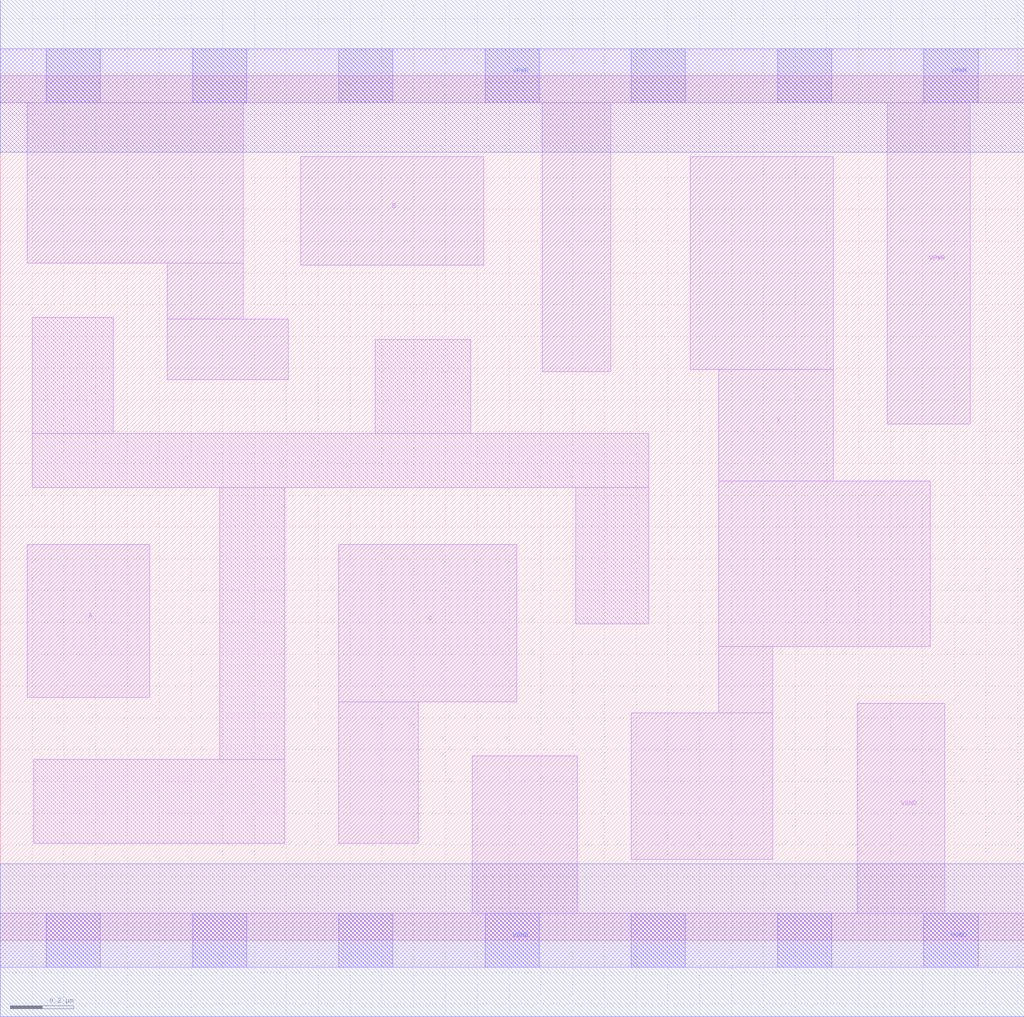
<source format=lef>
# Copyright 2020 The SkyWater PDK Authors
#
# Licensed under the Apache License, Version 2.0 (the "License");
# you may not use this file except in compliance with the License.
# You may obtain a copy of the License at
#
#     https://www.apache.org/licenses/LICENSE-2.0
#
# Unless required by applicable law or agreed to in writing, software
# distributed under the License is distributed on an "AS IS" BASIS,
# WITHOUT WARRANTIES OR CONDITIONS OF ANY KIND, either express or implied.
# See the License for the specific language governing permissions and
# limitations under the License.
#
# SPDX-License-Identifier: Apache-2.0

VERSION 5.7 ;
  NOWIREEXTENSIONATPIN ON ;
  DIVIDERCHAR "/" ;
  BUSBITCHARS "[]" ;
UNITS
  DATABASE MICRONS 200 ;
END UNITS
PROPERTYDEFINITIONS
  MACRO maskLayoutSubType STRING ;
  MACRO prCellType STRING ;
  MACRO originalViewName STRING ;
END PROPERTYDEFINITIONS
MACRO sky130_fd_sc_hdll__and3_2
  CLASS CORE ;
  FOREIGN sky130_fd_sc_hdll__and3_2 ;
  ORIGIN  0.000000  0.000000 ;
  SIZE  3.220000 BY  2.720000 ;
  SYMMETRY X Y R90 ;
  SITE unithd ;
  PIN A
    ANTENNAGATEAREA  0.138600 ;
    DIRECTION INPUT ;
    USE SIGNAL ;
    PORT
      LAYER li1 ;
        RECT 0.085000 0.765000 0.470000 1.245000 ;
    END
  END A
  PIN B
    ANTENNAGATEAREA  0.138600 ;
    DIRECTION INPUT ;
    USE SIGNAL ;
    PORT
      LAYER li1 ;
        RECT 0.945000 2.125000 1.520000 2.465000 ;
    END
  END B
  PIN C
    ANTENNAGATEAREA  0.138600 ;
    DIRECTION INPUT ;
    USE SIGNAL ;
    PORT
      LAYER li1 ;
        RECT 1.065000 0.305000 1.315000 0.750000 ;
        RECT 1.065000 0.750000 1.625000 1.245000 ;
    END
  END C
  PIN X
    ANTENNADIFFAREA  0.511000 ;
    DIRECTION OUTPUT ;
    USE SIGNAL ;
    PORT
      LAYER li1 ;
        RECT 1.985000 0.255000 2.430000 0.715000 ;
        RECT 2.170000 1.795000 2.620000 2.465000 ;
        RECT 2.260000 0.715000 2.430000 0.925000 ;
        RECT 2.260000 0.925000 2.925000 1.445000 ;
        RECT 2.260000 1.445000 2.620000 1.795000 ;
    END
  END X
  PIN VGND
    DIRECTION INOUT ;
    USE GROUND ;
    PORT
      LAYER li1 ;
        RECT 0.000000 -0.085000 3.220000 0.085000 ;
        RECT 1.485000  0.085000 1.815000 0.580000 ;
        RECT 2.695000  0.085000 2.970000 0.745000 ;
      LAYER mcon ;
        RECT 0.145000 -0.085000 0.315000 0.085000 ;
        RECT 0.605000 -0.085000 0.775000 0.085000 ;
        RECT 1.065000 -0.085000 1.235000 0.085000 ;
        RECT 1.525000 -0.085000 1.695000 0.085000 ;
        RECT 1.985000 -0.085000 2.155000 0.085000 ;
        RECT 2.445000 -0.085000 2.615000 0.085000 ;
        RECT 2.905000 -0.085000 3.075000 0.085000 ;
    END
    PORT
      LAYER met1 ;
        RECT 0.000000 -0.240000 3.220000 0.240000 ;
    END
  END VGND
  PIN VPWR
    DIRECTION INOUT ;
    USE POWER ;
    PORT
      LAYER li1 ;
        RECT 0.000000 2.635000 3.220000 2.805000 ;
        RECT 0.085000 2.130000 0.765000 2.635000 ;
        RECT 0.525000 1.765000 0.905000 1.955000 ;
        RECT 0.525000 1.955000 0.765000 2.130000 ;
        RECT 1.705000 1.790000 1.920000 2.635000 ;
        RECT 2.790000 1.625000 3.050000 2.635000 ;
      LAYER mcon ;
        RECT 0.145000 2.635000 0.315000 2.805000 ;
        RECT 0.605000 2.635000 0.775000 2.805000 ;
        RECT 1.065000 2.635000 1.235000 2.805000 ;
        RECT 1.525000 2.635000 1.695000 2.805000 ;
        RECT 1.985000 2.635000 2.155000 2.805000 ;
        RECT 2.445000 2.635000 2.615000 2.805000 ;
        RECT 2.905000 2.635000 3.075000 2.805000 ;
    END
    PORT
      LAYER met1 ;
        RECT 0.000000 2.480000 3.220000 2.960000 ;
    END
  END VPWR
  OBS
    LAYER li1 ;
      RECT 0.100000 1.425000 2.040000 1.595000 ;
      RECT 0.100000 1.595000 0.355000 1.960000 ;
      RECT 0.105000 0.305000 0.895000 0.570000 ;
      RECT 0.690000 0.570000 0.895000 1.425000 ;
      RECT 1.180000 1.595000 1.480000 1.890000 ;
      RECT 1.810000 0.995000 2.040000 1.425000 ;
  END
  PROPERTY maskLayoutSubType "abstract" ;
  PROPERTY prCellType "standard" ;
  PROPERTY originalViewName "layout" ;
END sky130_fd_sc_hdll__and3_2
END LIBRARY

</source>
